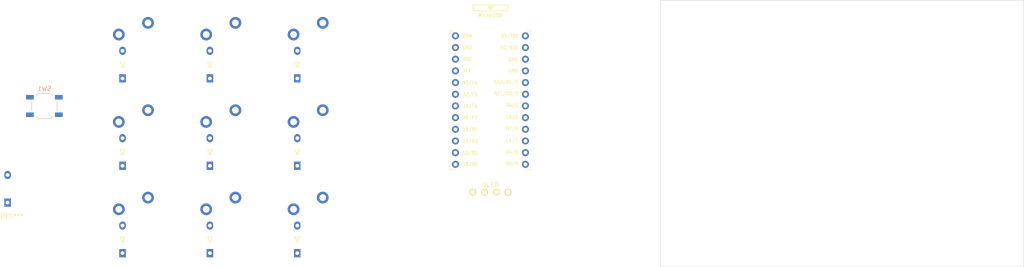
<source format=kicad_pcb>
(kicad_pcb (version 20211014) (generator pcbnew)
  (layers (0 "F.Cu" signal) (31 "B.Cu" signal) (34 "B.Paste" user) (35 "F.Paste" user) (36 "B.SilkS" user "B.Silkscreen") (37 "F.SilkS" user "F.Silkscreen") (38 "B.Mask" user) (39 "F.Mask" user) (44 "Edge.Cuts" user))
  (net 0 "")
  (net 1 "col0")
  (net 2 "Net-(D1-Pad2)")
  (net 3 "row0")
  (net 4 "row1")
  (net 5 "Net-(D2-Pad2)")
  (net 6 "row2")
  (net 7 "Net-(D3-Pad2)")
  (net 8 "Net-(D4-Pad2)")
  (net 9 "Net-(D5-Pad2)")
  (net 10 "Net-(D6-Pad2)")
  (net 11 "Net-(D7-Pad2)")
  (net 12 "Net-(D8-Pad2)")
  (net 13 "Net-(D9-Pad2)")
  (net 14 "SDA")
  (net 15 "SCL")
  (net 16 "+5V")
  (net 17 "GND")
  (net 18 "col1")
  (net 19 "col2")
  (net 20 "Net-(R1-Pad2)")
  (footprint "bevin:MXOnly-1U-NoLED" (layer "F.Cu") (at 113 100)
    (fp_text reference "MX9")
    (fp_text value "MX-NoLED")
    (pad "" np_thru_hole circle (at -5.08 0 48.0996) (size 1.75 1.75) (drill 1.75) (layers *.Cu *.Mask))
    (pad "" np_thru_hole circle (at 0 0) (size 3.9878 3.9878) (drill 3.9878) (layers *.Cu *.Mask))
    (pad "" np_thru_hole circle (at 5.08 0 48.0996) (size 1.75 1.75) (drill 1.75) (layers *.Cu *.Mask))
    (pad "1" thru_hole circle (at -3.81 -2.54) (size 2.55 2.55) (drill 1.47) (layers *.Cu "B.Mask") (net 13 "Net-(D9-Pad2)"))
    (pad "2" thru_hole circle (at 2.54 -5.08) (size 2.55 2.55) (drill 1.47) (layers *.Cu "B.Mask") (net 19 "col2"))
  )
  (footprint "bevin:R3_TH_nonHybrid" (layer "F.Cu") (at 47 93 90)
    (fp_text reference "R1" hide)
    (fp_text value "10k" hide)
    (fp_text user "REF***" (at -6 1 unlocked) (layer "F.SilkS"))
    (pad "1" thru_hole rect (at -3 0 90) (size 1.778 1.397) (drill 0.8128) (layers *.Cu "B.Mask") (net 16 "+5V"))
    (pad "2" thru_hole oval (at 3 0 90) (size 1.778 1.397) (drill 0.8128) (layers *.Cu "B.Mask") (net 20 "Net-(R1-Pad2)"))
  )
  (footprint "bevin:MXOnly-1U-NoLED" (layer "F.Cu") (at 94 62)
    (fp_text reference "MX4")
    (fp_text value "MX-NoLED")
    (pad "" np_thru_hole circle (at 0 0) (size 3.9878 3.9878) (drill 3.9878) (layers *.Cu *.Mask))
    (pad "" np_thru_hole circle (at -5.08 0 48.0996) (size 1.75 1.75) (drill 1.75) (layers *.Cu *.Mask))
    (pad "" np_thru_hole circle (at 5.08 0 48.0996) (size 1.75 1.75) (drill 1.75) (layers *.Cu *.Mask))
    (pad "1" thru_hole circle (at -3.81 -2.54) (size 2.55 2.55) (drill 1.47) (layers *.Cu "B.Mask") (net 8 "Net-(D4-Pad2)"))
    (pad "2" thru_hole circle (at 2.54 -5.08) (size 2.55 2.55) (drill 1.47) (layers *.Cu "B.Mask") (net 18 "col1"))
  )
  (footprint "bevin:MXOnly-1U-NoLED" (layer "F.Cu") (at 75 100)
    (fp_text reference "MX3")
    (fp_text value "MX-NoLED")
    (pad "" np_thru_hole circle (at 5.08 0 48.0996) (size 1.75 1.75) (drill 1.75) (layers *.Cu *.Mask))
    (pad "" np_thru_hole circle (at -5.08 0 48.0996) (size 1.75 1.75) (drill 1.75) (layers *.Cu *.Mask))
    (pad "" np_thru_hole circle (at 0 0) (size 3.9878 3.9878) (drill 3.9878) (layers *.Cu *.Mask))
    (pad "1" thru_hole circle (at -3.81 -2.54) (size 2.55 2.55) (drill 1.47) (layers *.Cu "B.Mask") (net 7 "Net-(D3-Pad2)"))
    (pad "2" thru_hole circle (at 2.54 -5.08) (size 2.55 2.55) (drill 1.47) (layers *.Cu "B.Mask") (net 1 "col0"))
  )
  (footprint "bevin:D3_TH_nonHybrid" (layer "F.Cu") (at 72 66 90)
    (fp_text reference "D1" hide)
    (fp_text value "D_Small" hide)
    (fp_line (start 0.5 -0.5) (end 0.5 0.5) (layer "F.SilkS") (width 0.15))
    (fp_line (start -0.4 0) (end 0.5 -0.5) (layer "F.SilkS") (width 0.15))
    (fp_line (start -0.5 -0.5) (end -0.5 0.5) (layer "F.SilkS") (width 0.15))
    (fp_line (start 0.5 0.5) (end -0.4 0) (layer "F.SilkS") (width 0.15))
    (pad "1" thru_hole rect (at -3 0 90) (size 1.778 1.397) (drill 0.8128) (layers *.Cu "B.Mask") (net 3 "row0"))
    (pad "2" thru_hole oval (at 3 0 90) (size 1.778 1.397) (drill 0.8128) (layers *.Cu "B.Mask") (net 2 "Net-(D1-Pad2)"))
  )
  (footprint "bevin:D3_TH_nonHybrid" (layer "F.Cu") (at 72 104 90)
    (fp_text reference "D3" hide)
    (fp_text value "D_Small" hide)
    (fp_line (start -0.5 -0.5) (end -0.5 0.5) (layer "F.SilkS") (width 0.15))
    (fp_line (start -0.4 0) (end 0.5 -0.5) (layer "F.SilkS") (width 0.15))
    (fp_line (start 0.5 0.5) (end -0.4 0) (layer "F.SilkS") (width 0.15))
    (fp_line (start 0.5 -0.5) (end 0.5 0.5) (layer "F.SilkS") (width 0.15))
    (pad "1" thru_hole rect (at -3 0 90) (size 1.778 1.397) (drill 0.8128) (layers *.Cu "B.Mask") (net 6 "row2"))
    (pad "2" thru_hole oval (at 3 0 90) (size 1.778 1.397) (drill 0.8128) (layers *.Cu "B.Mask") (net 7 "Net-(D3-Pad2)"))
  )
  (footprint "bevin:D3_TH_nonHybrid" (layer "F.Cu") (at 91 85 90)
    (fp_text reference "D5" hide)
    (fp_text value "D_Small" hide)
    (fp_line (start -0.4 0) (end 0.5 -0.5) (layer "F.SilkS") (width 0.15))
    (fp_line (start -0.5 -0.5) (end -0.5 0.5) (layer "F.SilkS") (width 0.15))
    (fp_line (start 0.5 0.5) (end -0.4 0) (layer "F.SilkS") (width 0.15))
    (fp_line (start 0.5 -0.5) (end 0.5 0.5) (layer "F.SilkS") (width 0.15))
    (pad "1" thru_hole rect (at -3 0 90) (size 1.778 1.397) (drill 0.8128) (layers *.Cu "B.Mask") (net 4 "row1"))
    (pad "2" thru_hole oval (at 3 0 90) (size 1.778 1.397) (drill 0.8128) (layers *.Cu "B.Mask") (net 9 "Net-(D5-Pad2)"))
  )
  (footprint "bevin:MXOnly-1U-NoLED" (layer "F.Cu") (at 113 81)
    (fp_text reference "MX8")
    (fp_text value "MX-NoLED")
    (pad "" np_thru_hole circle (at -5.08 0 48.0996) (size 1.75 1.75) (drill 1.75) (layers *.Cu *.Mask))
    (pad "" np_thru_hole circle (at 0 0) (size 3.9878 3.9878) (drill 3.9878) (layers *.Cu *.Mask))
    (pad "" np_thru_hole circle (at 5.08 0 48.0996) (size 1.75 1.75) (drill 1.75) (layers *.Cu *.Mask))
    (pad "1" thru_hole circle (at -3.81 -2.54) (size 2.55 2.55) (drill 1.47) (layers *.Cu "B.Mask") (net 12 "Net-(D8-Pad2)"))
    (pad "2" thru_hole circle (at 2.54 -5.08) (size 2.55 2.55) (drill 1.47) (layers *.Cu "B.Mask") (net 19 "col2"))
  )
  (footprint "bevin:MXOnly-1U-NoLED" (layer "F.Cu") (at 94 100)
    (fp_text reference "MX6")
    (fp_text value "MX-NoLED")
    (pad "" np_thru_hole circle (at -5.08 0 48.0996) (size 1.75 1.75) (drill 1.75) (layers *.Cu *.Mask))
    (pad "" np_thru_hole circle (at 0 0) (size 3.9878 3.9878) (drill 3.9878) (layers *.Cu *.Mask))
    (pad "" np_thru_hole circle (at 5.08 0 48.0996) (size 1.75 1.75) (drill 1.75) (layers *.Cu *.Mask))
    (pad "1" thru_hole circle (at -3.81 -2.54) (size 2.55 2.55) (drill 1.47) (layers *.Cu "B.Mask") (net 10 "Net-(D6-Pad2)"))
    (pad "2" thru_hole circle (at 2.54 -5.08) (size 2.55 2.55) (drill 1.47) (layers *.Cu "B.Mask") (net 18 "col1"))
  )
  (footprint "bevin:D3_TH_nonHybrid" (layer "F.Cu") (at 110 85 90)
    (fp_text reference "D8" hide)
    (fp_text value "D_Small" hide)
    (fp_line (start 0.5 0.5) (end -0.4 0) (layer "F.SilkS") (width 0.15))
    (fp_line (start -0.5 -0.5) (end -0.5 0.5) (layer "F.SilkS") (width 0.15))
    (fp_line (start 0.5 -0.5) (end 0.5 0.5) (layer "F.SilkS") (width 0.15))
    (fp_line (start -0.4 0) (end 0.5 -0.5) (layer "F.SilkS") (width 0.15))
    (pad "1" thru_hole rect (at -3 0 90) (size 1.778 1.397) (drill 0.8128) (layers *.Cu "B.Mask") (net 4 "row1"))
    (pad "2" thru_hole oval (at 3 0 90) (size 1.778 1.397) (drill 0.8128) (layers *.Cu "B.Mask") (net 12 "Net-(D8-Pad2)"))
  )
  (footprint "bevin:MXOnly-1U-NoLED" (layer "F.Cu") (at 113 62)
    (fp_text reference "MX7")
    (fp_text value "MX-NoLED")
    (pad "" np_thru_hole circle (at 0 0) (size 3.9878 3.9878) (drill 3.9878) (layers *.Cu *.Mask))
    (pad "" np_thru_hole circle (at 5.08 0 48.0996) (size 1.75 1.75) (drill 1.75) (layers *.Cu *.Mask))
    (pad "" np_thru_hole circle (at -5.08 0 48.0996) (size 1.75 1.75) (drill 1.75) (layers *.Cu *.Mask))
    (pad "1" thru_hole circle (at -3.81 -2.54) (size 2.55 2.55) (drill 1.47) (layers *.Cu "B.Mask") (net 11 "Net-(D7-Pad2)"))
    (pad "2" thru_hole circle (at 2.54 -5.08) (size 2.55 2.55) (drill 1.47) (layers *.Cu "B.Mask") (net 19 "col2"))
  )
  (footprint "bevin:D3_TH_nonHybrid" (layer "F.Cu") (at 110 66 90)
    (fp_text reference "D7" hide)
    (fp_text value "D_Small" hide)
    (fp_line (start -0.5 -0.5) (end -0.5 0.5) (layer "F.SilkS") (width 0.15))
    (fp_line (start 0.5 0.5) (end -0.4 0) (layer "F.SilkS") (width 0.15))
    (fp_line (start -0.4 0) (end 0.5 -0.5) (layer "F.SilkS") (width 0.15))
    (fp_line (start 0.5 -0.5) (end 0.5 0.5) (layer "F.SilkS") (width 0.15))
    (pad "1" thru_hole rect (at -3 0 90) (size 1.778 1.397) (drill 0.8128) (layers *.Cu "B.Mask") (net 3 "row0"))
    (pad "2" thru_hole oval (at 3 0 90) (size 1.778 1.397) (drill 0.8128) (layers *.Cu "B.Mask") (net 11 "Net-(D7-Pad2)"))
  )
  (footprint "bevin:OLED_v2" (layer "F.Cu") (at 152 93.73)
    (fp_text reference "J1")
    (fp_text value "OLED" hide)
    (fp_text user "OLED" (at 0 -1.55) (layer "F.SilkS"))
    (pad "1" thru_hole circle locked (at -3.81 0) (size 1.397 1.397) (drill 0.8128) (layers *.Cu "F.SilkS" "B.Mask") (net 14 "SDA"))
    (pad "2" thru_hole circle locked (at -1.27 0) (size 1.397 1.397) (drill 0.8128) (layers *.Cu "F.SilkS" "B.Mask") (net 15 "SCL"))
    (pad "3" thru_hole circle locked (at 1.27 0) (size 1.397 1.397) (drill 0.8128) (layers *.Cu "F.SilkS" "B.Mask") (net 16 "+5V"))
    (pad "4" thru_hole circle locked (at 3.81 0) (size 1.397 1.397) (drill 0.8128) (layers *.Cu "F.SilkS" "B.Mask") (net 17 "GND"))
  )
  (footprint "bevin:D3_TH_nonHybrid" (layer "F.Cu") (at 110 104 90)
    (fp_text reference "D9" hide)
    (fp_text value "D_Small" hide)
    (fp_line (start 0.5 -0.5) (end 0.5 0.5) (layer "F.SilkS") (width 0.15))
    (fp_line (start -0.4 0) (end 0.5 -0.5) (layer "F.SilkS") (width 0.15))
    (fp_line (start 0.5 0.5) (end -0.4 0) (layer "F.SilkS") (width 0.15))
    (fp_line (start -0.5 -0.5) (end -0.5 0.5) (layer "F.SilkS") (width 0.15))
    (pad "1" thru_hole rect (at -3 0 90) (size 1.778 1.397) (drill 0.8128) (layers *.Cu "B.Mask") (net 6 "row2"))
    (pad "2" thru_hole oval (at 3 0 90) (size 1.778 1.397) (drill 0.8128) (layers *.Cu "B.Mask") (net 13 "Net-(D9-Pad2)"))
  )
  (footprint "bevin:MXOnly-1U-NoLED" (layer "F.Cu") (at 94 81)
    (fp_text reference "MX5")
    (fp_text value "MX-NoLED")
    (pad "" np_thru_hole circle (at 5.08 0 48.0996) (size 1.75 1.75) (drill 1.75) (layers *.Cu *.Mask))
    (pad "" np_thru_hole circle (at 0 0) (size 3.9878 3.9878) (drill 3.9878) (layers *.Cu *.Mask))
    (pad "" np_thru_hole circle (at -5.08 0 48.0996) (size 1.75 1.75) (drill 1.75) (layers *.Cu *.Mask))
    (pad "1" thru_hole circle (at -3.81 -2.54) (size 2.55 2.55) (drill 1.47) (layers *.Cu "B.Mask") (net 9 "Net-(D5-Pad2)"))
    (pad "2" thru_hole circle (at 2.54 -5.08) (size 2.55 2.55) (drill 1.47) (layers *.Cu "B.Mask") (net 18 "col1"))
  )
  (footprint "bevin:D3_TH_nonHybrid" (layer "F.Cu") (at 91 66 90)
    (fp_text reference "D4" hide)
    (fp_text value "D_Small" hide)
    (fp_line (start -0.5 -0.5) (end -0.5 0.5) (layer "F.SilkS") (width 0.15))
    (fp_line (start -0.4 0) (end 0.5 -0.5) (layer "F.SilkS") (width 0.15))
    (fp_line (start 0.5 0.5) (end -0.4 0) (layer "F.SilkS") (width 0.15))
    (fp_line (start 0.5 -0.5) (end 0.5 0.5) (layer "F.SilkS") (width 0.15))
    (pad "1" thru_hole rect (at -3 0 90) (size 1.778 1.397) (drill 0.8128) (layers *.Cu "B.Mask") (net 3 "row0"))
    (pad "2" thru_hole oval (at 3 0 90) (size 1.778 1.397) (drill 0.8128) (layers *.Cu "B.Mask") (net 8 "Net-(D4-Pad2)"))
  )
  (footprint "bevin:D3_TH_nonHybrid" (layer "F.Cu") (at 91 104 90)
    (fp_text reference "D6" hide)
    (fp_text value "D_Small" hide)
    (fp_line (start 0.5 0.5) (end -0.4 0) (layer "F.SilkS") (width 0.15))
    (fp_line (start -0.5 -0.5) (end -0.5 0.5) (layer "F.SilkS") (width 0.15))
    (fp_line (start -0.4 0) (end 0.5 -0.5) (layer "F.SilkS") (width 0.15))
    (fp_line (start 0.5 -0.5) (end 0.5 0.5) (layer "F.SilkS") (width 0.15))
    (pad "1" thru_hole rect (at -3 0 90) (size 1.778 1.397) (drill 0.8128) (layers *.Cu "B.Mask") (net 6 "row2"))
    (pad "2" thru_hole oval (at 3 0 90) (size 1.778 1.397) (drill 0.8128) (layers *.Cu "B.Mask") (net 10 "Net-(D6-Pad2)"))
  )
  (footprint "bevin:D3_TH_nonHybrid" (layer "F.Cu") (at 72 85 90)
    (fp_text reference "D2" hide)
    (fp_text value "D_Small" hide)
    (fp_line (start 0.5 -0.5) (end 0.5 0.5) (layer "F.SilkS") (width 0.15))
    (fp_line (start -0.4 0) (end 0.5 -0.5) (layer "F.SilkS") (width 0.15))
    (fp_line (start -0.5 -0.5) (end -0.5 0.5) (layer "F.SilkS") (width 0.15))
    (fp_line (start 0.5 0.5) (end -0.4 0) (layer "F.SilkS") (width 0.15))
    (pad "1" thru_hole rect (at -3 0 90) (size 1.778 1.397) (drill 0.8128) (layers *.Cu "B.Mask") (net 4 "row1"))
    (pad "2" thru_hole oval (at 3 0 90) (size 1.778 1.397) (drill 0.8128) (layers *.Cu "B.Mask") (net 5 "Net-(D2-Pad2)"))
  )
  (footprint "bevin:ProMicro_v3" (layer "F.Cu") (at 152 74.225)
    (fp_text reference "U1" hide)
    (fp_text value "ProMicro" hide)
    (fp_text user "SDA/D1/2" (at 3.455 -4.4 unlocked) (layer "F.SilkS") (effects (font (size 0.75 0.67) (thickness 0.125))))
    (fp_text user "SCL/D0/3" (at 3.455 -1.9 unlocked) (layer "F.SilkS") (effects (font (size 0.75 0.67) (thickness 0.125))))
    (fp_text user "14/B3" (at -4.395 8.4 unlocked) (layer "F.SilkS") (effects (font (size 0.75 0.67) (thickness 0.125))))
    (fp_text user "MicroUSB" (at -0.05 -18.95) (layer "F.SilkS") (effects (font (size 0.75 0.75) (thickness 0.12))))
    (fp_text user "A2/F5" (at -4.395 -1.75 unlocked) (layer "F.SilkS") (effects (font (size 0.75 0.67) (thickness 0.125))))
    (fp_text user "GND" (at 4.955 -9.35 unlocked) (layer "F.SilkS") (effects (font (size 0.75 0.67) (thickness 0.125))))
    (fp_text user "GND" (at -4.995 -11.95 unlocked) (layer "F.SilkS") (effects (font (size 0.75 0.67) (thickness 0.125))))
    (fp_text user "D3/TX0" (at 4.155 -14.45 unlocked) (layer "F.SilkS") (effects (font (size 0.75 0.67) (thickness 0.125))))
    (fp_text user "16/B2" (at -4.395 10.95 unlocked) (layer "F.SilkS") (effects (font (size 0.75 0.67) (thickness 0.125))))
    (fp_text user "RST" (at -4.995 -9.4 unlocked) (layer "F.SilkS") (effects (font (size 0.75 0.67) (thickness 0.125))))
    (fp_text user "D4/4" (at 4.705 0.6 unlocked) (layer "F.SilkS") (effects (font (size 0.75 0.67) (thickness 0.125))))
    (fp_text user "B4/8" (at 4.705 10.8 unlocked) (layer "F.SilkS") (effects (font (size 0.75 0.67) (thickness 0.125))))
    (fp_text user "10/B6" (at -4.395 13.45 unlocked) (layer "F.SilkS") (effects (font (size 0.75 0.67) (thickness 0.125))))
    (fp_text user "GND" (at 4.955 -6.9 unlocked) (layer "F.SilkS") (effects (font (size 0.75 0.67) (thickness 0.125))))
    (fp_text user "A3/F4" (at -4.395 -4.25 unlocked) (layer "F.SilkS") (effects (font (size 0.75 0.67) (thickness 0.125))))
    (fp_text user "D2/RX1" (at 4.155 -11.9 unlocked) (layer "F.SilkS") (effects (font (size 0.75 0.67) (thickness 0.125))))
    (fp_text user "15/B1" (at -4.395 5.85 unlocked) (layer "F.SilkS") (effects (font (size 0.75 0.67) (thickness 0.125))))
    (fp_text user "D7/6" (at 4.705 5.7 unlocked) (layer "F.SilkS") (effects (font (size 0.75 0.67) (thickness 0.125))))
    (fp_text user "MicroUSB" (at -0.05 -18.95) (layer "F.SilkS") (effects (font (size 0.75 0.75) (thickness 0.12))))
    (fp_text user "A0/F7" (at -4.395 3.3 unlocked) (layer "F.SilkS") (effects (font (size 0.75 0.67) (thickness 0.125))))
    (fp_text user "C6/5" (at 4.705 3.15 unlocked) (layer "F.SilkS") (effects (font (size 0.75 0.67) (thickness 0.125))))
    (fp_text user "VCC" (at -4.995 -6.95 unlocked) (layer "F.SilkS") (effects (font (size 0.75 0.67) (thickness 0.125))))
    (fp_text user "A1/F6" (at -4.395 0.75 unlocked) (layer "F.SilkS") (effects (font (size 0.75 0.67) (thickness 0.125))))
    (fp_text user "B5/9" (at 4.705 13.3 unlocked) (layer "F.SilkS") (effects (font (size 0.75 0.67) (thickness 0.125))))
    (fp_text user "RAW" (at -4.995 -14.5 unlocked) (layer "F.SilkS") (effects (font (size 0.75 0.67) (thickness 0.125))))
    (fp_text user "E6/7" (at 4.705 8.25 unlocked) (layer "F.SilkS") (effects (font (size 0.75 0.67) (thickness 0.125))))
    (fp_line (start -3.75 -19.9) (end 3.75 -19.9) (layer "F.SilkS") (width 0.15))
    (fp_line (start -3.75 -21.2) (end -3.75 -19.9) (layer "F.SilkS") (width 0.15))
    (fp_line (start -8.75 13.7) (end -8.75 14.6) (layer "F.SilkS") (width 0.15))
    (fp_line (start 8.75 -15.6) (end 7.95 -15.6) (layer "F.SilkS") (width 0.15))
    (fp_line (start -8.75 14.6) (end -7.9 14.6) (layer "F.SilkS") (width 0.15))
    (fp_line (start 0 -20.2) (end -0.5 -20.85) (layer "F.SilkS") (width 0.15))
    (fp_line (start 0.5 -20.85) (end 0 -20.2) (layer "F.SilkS") (width 0.15))
    (fp_line (start 3.75 -21.2) (end -3.75 -21.2) (layer "F.SilkS") (width 0.15))
    (fp_line (start -8.75 -15.6) (end -7.9 -15.6) (layer "F.SilkS") (width 0.15))
    (fp_line (start -8.75 -15.6) (end -8.75 -14.75) (layer "F.SilkS") (width 0.15))
    (fp_line (start -0.35 -20.7) (end 0.35 -20.7) (layer "F.SilkS") (width 0.15))
    (fp_line (start -0.5 -20.85) (end 0.5 -20.85) (layer "F.SilkS") (width 0.15))
    (fp_line (start 3.75 -19.9) (end 3.75 -21.2) (layer "F.SilkS") (width 0.15))
    (fp_line (start -0.25 -20.55) (end 0.25 -20.55) (layer "F.SilkS") (width 0.15))
    (fp_line (start 8.75 -15.6) (end 8.75 -14.75) (layer "F.SilkS") (width 0.15))
    (fp_line (start 8.75 13.75) (end 8.75 14.6) (layer "F.SilkS") (width 0.15))
    (fp_line (start -0.15 -20.4) (end 0.15 -20.4) (layer "F.SilkS") (width 0.15))
    (fp_line (start 8.75 14.6) (end 7.89 14.6) (layer "F.SilkS") (width 0.15))
    (pad "1" thru_hole circle locked (at 7.6114 -14.478) (size 1.524 1.524) (drill 0.8128) (layers *.Cu "B.Mask"))
    (pad "2" thru_hole circle locked (at 7.6114 -11.938) (size 1.524 1.524) (drill 0.8128) (layers *.Cu "B.Mask"))
    (pad "3" thru_hole circle locked (at 7.6114 -9.398) (size 1.524 1.524) (drill 0.8128) (layers *.Cu "B.Mask") (net 17 "GND"))
    (pad "4" thru_hole circle locked (at 7.6114 -6.858) (size 1.524 1.524) (drill 0.8128) (layers *.Cu "B.Mask") (net 17 "GND"))
    (pad "5" thru_hole circle locked (at 7.6114 -4.318) (size 1.524 1.524) (drill 0.8128) (layers *.Cu "B.Mask") (net 14 "SDA"))
    (pad "6" thru_hole circle locked (at 7.6114 -1.778) (size 1.524 1.524) (drill 0.8128) (layers *.Cu "B.Mask") (net 15 "SCL"))
    (pad "7" thru_hole circle locked (at 7.6114 0.762) (size 1.524 1.524) (drill 0.8128) (layers *.Cu "B.Mask"))
    (pad "8" thru_hole circle locked (at 7.6114 3.302) (size 1.524 1.524) (drill 0.8128) (layers *.Cu "B.Mask"))
    (pad "9" thru_hole circle locked (at 7.6114 5.842) (size 1.524 1.524) (drill 0.8128) (layers *.Cu "B.Mask"))
    (pad "10" thru_hole circle locked (at 7.6114 8.382) (size 1.524 1.524) (drill 0.8128) (layers *.Cu "B.Mask"))
    (pad "11" thru_hole circle locked (at 7.6114 10.922) (size 1.524 1.524) (drill 0.8128) (layers *.Cu "B.Mask"))
    (pad "12" thru_hole circle locked (at 7.6114 13.462) (size 1.524 1.524) (drill 0.8128) (layers *.Cu "B.Mask"))
    (pad "13" thru_hole circle locked (at -7.6086 13.462) (size 1.524 1.524) (drill 0.8128) (layers *.Cu "B.Mask") (net 6 "row2"))
    (pad "14" thru_hole circle locked (at -7.6086 10.922) (size 1.524 1.524) (drill 0.8128) (layers *.Cu "B.Mask") (net 4 "row1"))
    (pad "15" thru_hole circle locked (at -7.6086 8.382) (size 1.524 1.524) (drill 0.8128) (layers *.Cu "B.Mask") (net 3 "row0"))
    (pad "16" thru_hole circle locked (at -7.6086 5.842) (size 1.524 1.524) (drill 0.8128) (layers *.Cu "B.Mask") (net 1 "col0"))
    (pad "17" thru_hole circle locked (at -7.6086 3.302) (size 1.524 1.524) (drill 0.8128) (layers *.Cu "B.Mask") (net 18 "col1"))
    (pad "18" thru_hole circle locked (at -7.6086 0.762) (size 1.524 1.524) (drill 0.8128) (layers *.Cu "B.Mask") (net 19 "col2"))
    (pad "19" thru_hole circle locked (at -7.6086 -1.778) (size 1.524 1.524) (drill 0.8128) (layers *.Cu "B.Mask"))
    (pad "20" thru_hole circle locked (at -7.6086 -4.318) (size 1.524 1.524) (drill 0.8128) (layers *.Cu "B.Mask"))
    (pad "21" thru_hole circle locked (at -7.6086 -6.858) (size 1.524 1.524) (drill 0.8128) (layers *.Cu "B.Mask") (net 16 "+5V"))
    (pad "22" thru_hole circle locked (at -7.6086 -9.398) (size 1.524 1.524) (drill 0.8128) (layers *.Cu "B.Mask") (net 20 "Net-(R1-Pad2)"))
    (pad "23" thru_hole circle locked (at -7.6086 -11.938) (size 1.524 1.524) (drill 0.8128) (layers *.Cu "B.Mask") (net 17 "GND"))
    (pad "24" thru_hole circle locked (at -7.6086 -14.478) (size 1.524 1.524) (drill 0.8128) (layers *.Cu "B.Mask"))
  )
  (footprint "bevin:MXOnly-1U-NoLED" (layer "F.Cu") (at 75 81)
    (fp_text reference "MX2")
    (fp_text value "MX-NoLED")
    (pad "" np_thru_hole circle (at -5.08 0 48.0996) (size 1.75 1.75) (drill 1.75) (layers *.Cu *.Mask))
    (pad "" np_thru_hole circle (at 5.08 0 48.0996) (size 1.75 1.75) (drill 1.75) (layers *.Cu *.Mask))
    (pad "" np_thru_hole circle (at 0 0) (size 3.9878 3.9878) (drill 3.9878) (layers *.Cu *.Mask))
    (pad "1" thru_hole circle (at -3.81 -2.54) (size 2.55 2.55) (drill 1.47) (layers *.Cu "B.Mask") (net 5 "Net-(D2-Pad2)"))
    (pad "2" thru_hole circle (at 2.54 -5.08) (size 2.55 2.55) (drill 1.47) (layers *.Cu "B.Mask") (net 1 "col0"))
  )
  (footprint "bevin:MXOnly-1U-NoLED" (layer "F.Cu") (at 75 62)
    (fp_text reference "MX1")
    (fp_text value "MX-NoLED")
    (pad "" np_thru_hole circle (at -5.08 0 48.0996) (size 1.75 1.75) (drill 1.75) (layers *.Cu *.Mask))
    (pad "" np_thru_hole circle (at 0 0) (size 3.9878 3.9878) (drill 3.9878) (layers *.Cu *.Mask))
    (pad "" np_thru_hole circle (at 5.08 0 48.0996) (size 1.75 1.75) (drill 1.75) (layers *.Cu *.Mask))
    (pad "1" thru_hole circle (at -3.81 -2.54) (size 2.55 2.55) (drill 1.47) (layers *.Cu "B.Mask") (net 2 "Net-(D1-Pad2)"))
    (pad "2" thru_hole circle (at 2.54 -5.08) (size 2.55 2.55) (drill 1.47) (layers *.Cu "B.Mask") (net 1 "col0"))
  )
  (footprint "Button_Switch_SMD:SW_SPST_TL3342" (layer "B.Cu") (at 55 75 180)
    (fp_text reference "SW1" (at 0 3.75) (layer "B.SilkS") (effects (justify mirror)))
    (fp_text value "SW_Push")
    (fp_line (start -1.7 2.3) (end -1.25 2.75) (layer "B.SilkS") (width 0.12))
    (fp_line (start -1.7 -2.3) (end -1.25 -2.75) (layer "B.SilkS") (width 0.12))
    (fp_line (start 1.7 2.3) (end 1.25 2.75) (layer "B.SilkS") (width 0.12))
    (fp_line (start -2.75 1) (end -2.75 -1) (layer "B.SilkS") (width 0.12))
    (fp_line (start 1.7 -2.3) (end 1.25 -2.75) (layer "B.SilkS") (width 0.12))
    (fp_line (start -1.25 2.75) (end 1.25 2.75) (layer "B.SilkS") (width 0.12))
    (fp_line (start -1.25 -2.75) (end 1.25 -2.75) (layer "B.SilkS") (width 0.12))
    (fp_line (start 2.75 1) (end 2.75 -1) (layer "B.SilkS") (width 0.12))
    (pad "1" smd rect (at 3.15 1.9 180) (size 1.7 1) (layers "B.Cu" "B.Paste" "B.Mask") (net 20 "Net-(R1-Pad2)"))
    (pad "1" smd rect (at -3.15 1.9 180) (size 1.7 1) (layers "B.Cu" "B.Paste" "B.Mask") (net 20 "Net-(R1-Pad2)"))
    (pad "2" smd rect (at -3.15 -1.9 180) (size 1.7 1) (layers "B.Cu" "B.Paste" "B.Mask") (net 17 "GND"))
    (pad "2" smd rect (at 3.15 -1.9 180) (size 1.7 1) (layers "B.Cu" "B.Paste" "B.Mask") (net 17 "GND"))
  )
  (gr_rect (start 189 52) (end 268 110) (layer "Edge.Cuts") (width 0.1) (fill none))
)
</source>
